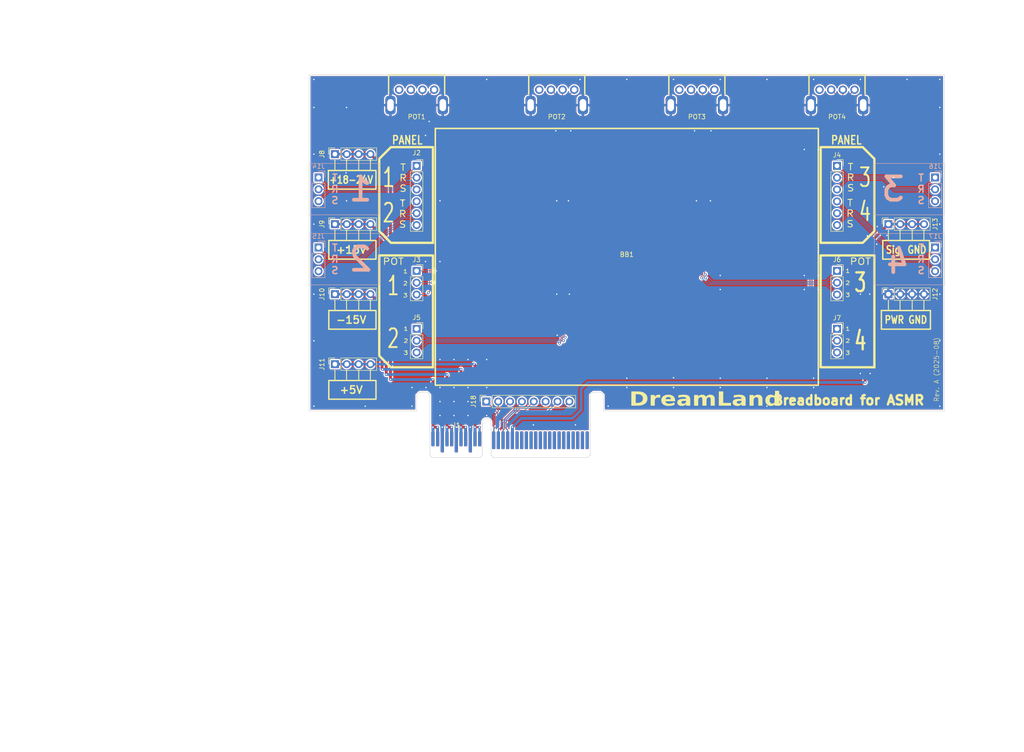
<source format=kicad_pcb>
(kicad_pcb (version 20241229) (generator "pcbnew") (generator_version "9.0")
  (title_block (title "Dream Land PCB") (date "2025-08-22") (rev "A") (company "by Circuit Monkey") (comment 1 "for ASMR :: Advanced Synth Module Rack") (comment 2 "Prototyping Slot Card for ASMR"))
  (layers (0 "F.Cu" signal) (2 "B.Cu" signal) (13 "F.Paste" user) (15 "B.Paste" user) (5 "F.SilkS" user "F.Silkscreen") (7 "B.SilkS" user "B.Silkscreen") (1 "F.Mask" user) (3 "B.Mask" user) (25 "Edge.Cuts" user))
  (net 0 "")
  (net 1 "+5V")
  (net 2 "+15V")
  (net 3 "GNDS")
  (net 4 "-15V")
  (net 18 "GND_CH")
  (net 20 "Net-(J1-Slot)")
  (net 39 "Net-(J3-Pin_2)")
  (net 40 "Net-(J3-Pin_3)")
  (net 41 "Net-(J3-Pin_1)")
  (net 42 "Net-(J5-Pin_1)")
  (net 43 "Net-(J5-Pin_2)")
  (net 44 "Net-(J5-Pin_3)")
  (net 45 "Net-(J6-Pin_1)")
  (net 46 "Net-(J6-Pin_3)")
  (net 47 "Net-(J6-Pin_2)")
  (net 48 "Net-(J7-Pin_3)")
  (net 49 "Net-(J7-Pin_2)")
  (net 50 "Net-(J7-Pin_1)")
  (net 51 "+18-24V")
  (net 52 "Net-(J15-Pin_2)")
  (net 53 "Net-(J15-Pin_1)")
  (net 54 "Net-(J15-Pin_3)")
  (net 55 "Net-(J14-Pin_3)")
  (net 56 "Net-(J14-Pin_1)")
  (net 57 "Net-(J14-Pin_2)")
  (net 58 "Net-(J17-Pin_1)")
  (net 59 "Net-(J16-Pin_3)")
  (net 60 "Net-(J17-Pin_2)")
  (net 61 "Net-(J16-Pin_1)")
  (net 62 "Net-(J17-Pin_3)")
  (net 63 "Net-(J16-Pin_2)")
  (net 64 "Net-(J1-ComB-SCK)")
  (net 65 "Net-(J1-ComB-SDA)")
  (net 66 "Net-(J1-CV)")
  (net 67 "Net-(J1-MIDI_IN)")
  (net 68 "Net-(J1-ComA-SCK)")
  (net 69 "Net-(J1-ComA-SDA)")
  (net 70 "Net-(J1-Gate)")
  (footprint "Connector_PinSocket_2.54mm:PinSocket_1x06_P2.54mm_Vertical" (layer "F.Cu") (at 195 62.5)
    (property "Reference" "J4")
    (property "Value" "Conn_01x06")
  )
  (footprint "Connector_PinSocket_2.54mm:PinSocket_1x03_P2.54mm_Vertical" (layer "F.Cu") (at 195 97.42)
    (property "Reference" "J7")
    (property "Value" "Conn_01x03")
  )
  (footprint "CM_Connector_Header:breadboard-84x55" (layer "F.Cu") (at 150 82)
    (property "Reference" "BB1")
    (property "Value" "Breadboard")
  )
  (footprint "Connector_PinSocket_2.54mm:PinSocket_1x04_P2.54mm_Vertical" (layer "F.Cu") (at 87.5 90 90)
    (property "Reference" "J10")
    (property "Value" "Conn_01x10")
  )
  (footprint "CM_Resistor_Capacitor:pot-thd-ra-11mm" (layer "F.Cu") (at 135 49.5 -90)
    (property "Reference" "POT2")
    (property "Value" "10K Log")
  )
  (footprint "Connector_PinSocket_2.54mm:PinSocket_1x06_P2.54mm_Vertical" (layer "F.Cu") (at 105 62.5)
    (property "Reference" "J2")
    (property "Value" "Conn_01x06")
  )
  (footprint "Connector_PinSocket_2.54mm:PinSocket_1x04_P2.54mm_Vertical" (layer "F.Cu") (at 206 75 90)
    (property "Reference" "J13")
    (property "Value" "Conn_01x10")
  )
  (footprint "Connector_PinSocket_2.54mm:PinSocket_1x03_P2.54mm_Vertical" (layer "F.Cu") (at 105 85)
    (property "Reference" "J3")
    (property "Value" "Conn_01x03")
  )
  (footprint "CM_Resistor_Capacitor:pot-thd-ra-11mm" (layer "F.Cu") (at 195 49.5 -90)
    (property "Reference" "POT4")
    (property "Value" "10K Log")
  )
  (footprint "Connector_PinSocket_2.54mm:PinSocket_1x03_P2.54mm_Vertical" (layer "F.Cu") (at 195 85)
    (property "Reference" "J6")
    (property "Value" "Conn_01x03")
  )
  (footprint "Connector_PinSocket_2.54mm:PinSocket_1x04_P2.54mm_Vertical" (layer "F.Cu") (at 206 90 90)
    (property "Reference" "J12")
    (property "Value" "Conn_01x10")
  )
  (footprint "Connector_PinSocket_2.54mm:PinSocket_1x04_P2.54mm_Vertical" (layer "F.Cu") (at 87.5 75 90)
    (property "Reference" "J9")
    (property "Value" "Conn_01x10")
  )
  (footprint "Connector_PinSocket_2.54mm:PinSocket_1x04_P2.54mm_Vertical" (layer "F.Cu") (at 87.5 60 90)
    (property "Reference" "J8")
    (property "Value" "Conn_01x10")
  )
  (footprint "CM_Resistor_Capacitor:pot-thd-ra-11mm" (layer "F.Cu") (at 165 49.5 -90)
    (property "Reference" "POT3")
    (property "Value" "10K Log")
  )
  (footprint "Connector_PinSocket_2.54mm:PinSocket_1x03_P2.54mm_Vertical" (layer "F.Cu") (at 105 97.42)
    (property "Reference" "J5")
    (property "Value" "Conn_01x03")
  )
  (footprint "Connector_PinSocket_2.54mm:PinSocket_1x08_P2.54mm_Vertical" (layer "F.Cu") (at 119.92 113 90)
    (property "Reference" "J18")
    (property "Value" "Conn_01x08")
  )
  (footprint "Connector_PinSocket_2.54mm:PinSocket_1x04_P2.54mm_Vertical" (layer "F.Cu") (at 87.5 105 90)
    (property "Reference" "J11")
    (property "Value" "Conn_01x10")
  )
  (footprint "CM_Connector_Edge:ASMR-Edge-64" (layer "F.Cu") (at 120 116.6)
    (property "Reference" "J1")
    (property "Value" "~")
    (fp_line (start -15 -5) (end -15 -1.6) (stroke (width 0.1)) (layer "Edge.Cuts"))
    (fp_line (start -14.4 -5.6) (end -15 -5) (stroke (width 0.1)) (layer "Edge.Cuts"))
    (fp_line (start -14.4 -5.6) (end -12.7 -5.6) (stroke (width 0.1)) (layer "Edge.Cuts"))
    (fp_line (start -12.7 -5.6) (end -12.15 -5) (stroke (width 0.1)) (layer "Edge.Cuts"))
    (fp_line (start -12.15 -5) (end -12.15 7.9) (stroke (width 0.1)) (layer "Edge.Cuts"))
    (fp_line (start -12.15 7.9) (end -11.65 8.4) (stroke (width 0.1)) (layer "Edge.Cuts"))
    (fp_line (start -11.65 8.4) (end -1.45 8.4) (stroke (width 0.1)) (layer "Edge.Cuts"))
    (fp_line (start -0.95 0.95) (end -0.95 7.9) (stroke (width 0.1)) (layer "Edge.Cuts"))
    (fp_line (start -0.95 7.9) (end -1.45 8.4) (stroke (width 0.1)) (layer "Edge.Cuts"))
    (fp_line (start 0.95 0.95) (end 0.95 7.9) (stroke (width 0.1)) (layer "Edge.Cuts"))
    (fp_line (start 0.95 7.9) (end 1.45 8.4) (stroke (width 0.1)) (layer "Edge.Cuts"))
    (fp_line (start 1.45 8.4) (end 21.65 8.4) (stroke (width 0.1)) (layer "Edge.Cuts"))
    (fp_line (start 22.15 -5) (end 22.15 7.9) (stroke (width 0.1)) (layer "Edge.Cuts"))
    (fp_line (start 22.15 -5) (end 22.8 -5.6) (stroke (width 0.1)) (layer "Edge.Cuts"))
    (fp_line (start 22.15 7.9) (end 21.65 8.4) (stroke (width 0.1)) (layer "Edge.Cuts"))
    (fp_line (start 22.8 -5.6) (end 24.4 -5.6) (stroke (width 0.1)) (layer "Edge.Cuts"))
    (fp_line (start 24.4 -5.6) (end 25 -5) (stroke (width 0.1)) (layer "Edge.Cuts"))
    (fp_line (start 25 -5) (end 25 -1.6) (stroke (width 0.1)) (layer "Edge.Cuts"))
    (fp_arc (start -0.95 0.95) (mid 0 0) (end 0.95 0.95) (stroke (width 0.1)) (layer "Edge.Cuts"))
  )
  (footprint "CM_Resistor_Capacitor:pot-thd-ra-11mm" (layer "F.Cu") (at 105 49.5 -90)
    (property "Reference" "POT1")
    (property "Value" "10K Log")
  )
  (footprint "Connector_PinHeader_2.54mm:PinHeader_1x03_P2.54mm_Vertical" (layer "B.Cu") (at 84 80 180)
    (property "Reference" "J15")
    (property "Value" "Conn_01x03" (hide yes))
  )
  (footprint "Connector_PinHeader_2.54mm:PinHeader_1x03_P2.54mm_Vertical" (layer "B.Cu") (at 84 65 180)
    (property "Reference" "J14")
    (property "Value" "Conn_01x03" (hide yes))
  )
  (footprint "Connector_PinHeader_2.54mm:PinHeader_1x03_P2.54mm_Vertical" (layer "B.Cu") (at 216 80 180)
    (property "Reference" "J17")
    (property "Value" "Conn_01x03" (hide yes))
  )
  (footprint "Connector_PinHeader_2.54mm:PinHeader_1x03_P2.54mm_Vertical" (layer "B.Cu") (at 216 65 180)
    (property "Reference" "J16")
    (property "Value" "Conn_01x03" (hide yes))
  )
  (gr_line (start 95.1 91.3) (end 95.1 93.5) (stroke (width 0.2)) (layer "F.SilkS"))
  (gr_line (start 87.5 106.3) (end 87.5 108.5) (stroke (width 0.2)) (layer "F.SilkS"))
  (gr_line (start 206 76.3) (end 206 78.5) (stroke (width 0.2)) (layer "F.SilkS"))
  (gr_line (start 95.1 76.3) (end 95.1 78.5) (stroke (width 0.2)) (layer "F.SilkS"))
  (gr_line (start 95.1 61.3) (end 95.1 63.5) (stroke (width 0.2)) (layer "F.SilkS"))
  (gr_rect (start 204.5 93.5) (end 215 97.5) (stroke (width 0.3)) (fill no) (layer "F.SilkS"))
  (gr_line (start 208.5 91.3) (end 208.5 93.5) (stroke (width 0.2)) (layer "F.SilkS"))
  (gr_line (start 92.61 76.33) (end 92.6 78.5) (stroke (width 0.2)) (layer "F.SilkS"))
  (gr_rect (start 86.2 93.5) (end 96.3 97.5) (stroke (width 0.3)) (fill no) (layer "F.SilkS"))
  (gr_line (start 213.6 91.3) (end 213.6 93.5) (stroke (width 0.2)) (layer "F.SilkS"))
  (gr_line (start 87.5 91.3) (end 87.5 93.5) (stroke (width 0.2)) (layer "F.SilkS"))
  (gr_poly (pts (xy 191.5 58.5) (xy 200.5 58.5) (xy 203 61) (xy 203 76.5) (xy 200.5 79) (xy 191.5 79)) (stroke (width 0.5)) (fill no) (layer "F.SilkS"))
  (gr_line (start 206 91.3) (end 206 93.5) (stroke (width 0.2)) (layer "F.SilkS"))
  (gr_line (start 92.61 61.33) (end 92.6 63.5) (stroke (width 0.2)) (layer "F.SilkS"))
  (gr_poly (pts (xy 108.5 81.7) (xy 97 81.7) (xy 97 103.2) (xy 99.46 105.66) (xy 108.5 105.66)) (stroke (width 0.5)) (fill no) (layer "F.SilkS"))
  (gr_line (start 213.6 76.3) (end 213.6 78.5) (stroke (width 0.2)) (layer "F.SilkS"))
  (gr_poly (pts (xy 191.5 81.7) (xy 203 81.7) (xy 203 105.66) (xy 191.5 105.66)) (stroke (width 0.5)) (fill no) (layer "F.SilkS"))
  (gr_line (start 211.1 91.33) (end 211.1 93.5) (stroke (width 0.2)) (layer "F.SilkS"))
  (gr_line (start 90 61.3) (end 90 63.5) (stroke (width 0.2)) (layer "F.SilkS"))
  (gr_rect (start 86.2 78.5) (end 96.3 82.5) (stroke (width 0.3)) (fill no) (layer "F.SilkS"))
  (gr_line (start 90 106.3) (end 90 108.5) (stroke (width 0.2)) (layer "F.SilkS"))
  (gr_line (start 90 76.3) (end 90 78.5) (stroke (width 0.2)) (layer "F.SilkS"))
  (gr_line (start 87.5 61.3) (end 87.5 63.5) (stroke (width 0.2)) (layer "F.SilkS"))
  (gr_line (start 92.61 106.33) (end 92.6 108.5) (stroke (width 0.2)) (layer "F.SilkS"))
  (gr_line (start 90 91.3) (end 90 93.5) (stroke (width 0.2)) (layer "F.SilkS"))
  (gr_rect (start 86.2 108.5) (end 96.3 112.5) (stroke (width 0.3)) (fill no) (layer "F.SilkS"))
  (gr_line (start 211.1 76.33) (end 211.1 78.5) (stroke (width 0.2)) (layer "F.SilkS"))
  (gr_rect (start 204.8 78.5) (end 214.8 82.5) (stroke (width 0.3)) (fill no) (layer "F.SilkS"))
  (gr_line (start 95.1 106.3) (end 95.1 108.5) (stroke (width 0.2)) (layer "F.SilkS"))
  (gr_poly (pts (xy 108.5 58.5) (xy 99.5 58.5) (xy 97 61) (xy 97 76.5) (xy 99.5 79) (xy 108.5 79)) (stroke (width 0.5)) (fill no) (layer "F.SilkS"))
  (gr_line (start 92.61 91.33) (end 92.6 93.5) (stroke (width 0.2)) (layer "F.SilkS"))
  (gr_line (start 208.5 76.3) (end 208.5 78.5) (stroke (width 0.2)) (layer "F.SilkS"))
  (gr_rect (start 86.1 63.5) (end 96.3 67.5) (stroke (width 0.3)) (fill no) (layer "F.SilkS"))
  (gr_line (start 87.5 76.3) (end 87.5 78.5) (stroke (width 0.2)) (layer "F.SilkS"))
  (gr_rect (start 203 77) (end 218 88) (stroke (width 0.1)) (fill no) (layer "B.SilkS"))
  (gr_rect (start 82 77) (end 97 88) (stroke (width 0.1)) (fill no) (layer "B.SilkS"))
  (gr_rect (start 82 62) (end 97 73) (stroke (width 0.1)) (fill no) (layer "B.SilkS"))
  (gr_rect (start 203 62) (end 218 73) (stroke (width 0.1)) (fill no) (layer "B.SilkS"))
  (gr_line (start 218 43) (end 218 115) (stroke (width 0.1)) (layer "Edge.Cuts"))
  (gr_line (start 82 43) (end 218 43) (stroke (width 0.1)) (layer "Edge.Cuts"))
  (gr_line (start 105 115) (end 82 115) (stroke (width 0.1)) (layer "Edge.Cuts"))
  (gr_line (start 82 115) (end 82 43) (stroke (width 0.1)) (layer "Edge.Cuts"))
  (gr_line (start 218 115) (end 145 115) (stroke (width 0.1)) (layer "Edge.Cuts"))
  (gr_text "POT" (at 100 83 0) (layer "F.SilkS") (effects (font (size 1.4 1.6) (thickness 0.2) (bold yes))))
  (gr_text "+18-24V" (at 91 65.5 0) (layer "F.SilkS") (effects (font (size 1.6 1.3) (thickness 0.3) (bold yes))))
  (gr_text "+15V" (at 91 80.5 0) (layer "F.SilkS") (effects (font (size 1.6 1.6) (thickness 0.3) (bold yes))))
  (gr_text "4" (at 201 72.3 0) (layer "F.SilkS") (effects (font (size 4 2.6) (thickness 0.4))))
  (gr_text "POT" (at 200 83 0) (layer "F.SilkS") (effects (font (size 1.4 1.6) (thickness 0.2) (bold yes))))
  (gr_text "T\nR\nS" (at 197.8 72.7 0) (layer "F.SilkS") (effects (font (size 1.4 1.6) (thickness 0.2) (bold yes))))
  (gr_text "1" (at 99 65 0) (layer "F.SilkS") (effects (font (size 4 2.6) (thickness 0.4))))
  (gr_text "PANEL" (at 197 57 0) (layer "F.SilkS") (effects (font (size 1.8 1.4) (thickness 0.3) (bold yes))))
  (gr_text "T\nR\nS" (at 102 72.8 0) (layer "F.SilkS") (effects (font (size 1.4 1.6) (thickness 0.2) (bold yes))))
  (gr_text "1\n\n2\n\n3" (at 197.3 87.6 0) (layer "F.SilkS") (effects (font (size 0.8 1))))
  (gr_text "1\n\n2\n\n3" (at 197.3 100 0) (layer "F.SilkS") (effects (font (size 0.8 1))))
  (gr_text "DreamLand" (at 150.5 114.4 0) (layer "F.SilkS") (effects (font (size 3 3.6) (thickness 0.75) (bold yes) (italic yes)) (justify left bottom)))
  (gr_text "+5V" (at 91 110.5 0) (layer "F.SilkS") (effects (font (size 1.6 1.6) (thickness 0.3) (bold yes))))
  (gr_text "2" (at 99 72.6 0) (layer "F.SilkS") (effects (font (size 4 2.6) (thickness 0.4))))
  (gr_text "PWR GND" (at 209.75 95.5 0) (layer "F.SilkS") (effects (font (size 1.6 1.3) (thickness 0.3) (bold yes))))
  (gr_text "T\nR\nS" (at 197.9 65 0) (layer "F.SilkS") (effects (font (size 1.4 1.6) (thickness 0.2) (bold yes))))
  (gr_text "Rev. A (2025-08)" (at 216.9 113.1 90) (layer "F.SilkS") (effects (font (size 1 1) (thickness 0.1)) (justify left bottom)))
  (gr_text "1" (at 100 88.2 0) (layer "F.SilkS") (effects (font (size 4 2.6) (thickness 0.4))))
  (gr_text "1\n\n2\n\n3" (at 102.6 87.7 0) (layer "F.SilkS") (effects (font (size 0.8 1))))
  (gr_text "Breadboard for ASMR" (at 197.5 113.9 0) (layer "F.SilkS") (effects (font (size 2 2) (thickness 0.5) (bold yes)) (justify bottom)))
  (gr_text "3" (at 200 87.5 0) (layer "F.SilkS") (effects (font (size 4 2.6) (thickness 0.5))))
  (gr_text "2" (at 100 99.5 0) (layer "F.SilkS") (effects (font (size 4 2.6) (thickness 0.4))))
  (gr_text "4" (at 200 100 0) (layer "F.SilkS") (effects (font (size 4 2.6) (thickness 0.5))))
  (gr_text "1\n\n2\n\n3" (at 102.7 100 0) (layer "F.SilkS") (effects (font (size 0.8 1))))
  (gr_text "3" (at 201 65 0) (layer "F.SilkS") (effects (font (size 4 2.6) (thickness 0.4))))
  (gr_text "-15V" (at 91 95.5 0) (layer "F.SilkS") (effects (font (size 1.6 1.6) (thickness 0.3) (bold yes))))
  (gr_text "T\nR\nS" (at 102.1 65.1 0) (layer "F.SilkS") (effects (font (size 1.4 1.6) (thickness 0.2) (bold yes))))
  (gr_text "PANEL" (at 103 57 0) (layer "F.SilkS") (effects (font (size 1.8 1.4) (thickness 0.3) (bold yes))))
  (gr_text "Sig. GND" (at 209.8 80.5 0) (layer "F.SilkS") (effects (font (size 1.6 1.3) (thickness 0.3) (bold yes))))
  (gr_text "3" (at 207 67.5 0) (layer "B.SilkS") (effects (font (size 5 5) (thickness 0.8) (bold yes)) (justify mirror)))
  (gr_text "T\nR\nS" (at 87.5 67.5 0) (layer "B.SilkS") (effects (font (size 1.5 1.5) (thickness 0.3) (bold yes)) (justify mirror)))
  (gr_text "4" (at 208 83 0) (layer "B.SilkS") (effects (font (size 5 5) (thickness 0.8) (bold yes)) (justify mirror)))
  (gr_text "1" (at 93 67.5 0) (layer "B.SilkS") (effects (font (size 5 5) (thickness 0.8) (bold yes)) (justify mirror)))
  (gr_text "T\nR\nS" (at 87.5 82.5 0) (layer "B.SilkS") (effects (font (size 1.5 1.5) (thickness 0.3) (bold yes)) (justify mirror)))
  (gr_text "T\nR\nS" (at 213 82.5 0) (layer "B.SilkS") (effects (font (size 1.5 1.5) (thickness 0.3) (bold yes)) (justify mirror)))
  (gr_text "T\nR\nS" (at 213 67.5 0) (layer "B.SilkS") (effects (font (size 1.5 1.5) (thickness 0.3) (bold yes)) (justify mirror)))
  (gr_text "2" (at 93 82.5 0) (layer "B.SilkS") (effects (font (size 5 5) (thickness 0.8) (bold yes)) (justify mirror)))
  (segment (start 118.5 121) (end 118.5 118.55) (width 0.4) (layer "F.Cu") (net 1))
  (segment (start 118.5 118.55) (end 118.45 118.5) (width 0.4) (layer "F.Cu") (net 1))
  (segment (start 117.5 105.2) (end 117.3 105) (width 0.6) (layer "F.Cu") (net 1))
  (segment (start 117.5 121) (end 117.5 105.2) (width 0.6) (layer "F.Cu") (net 1))
  (segment (start 118.45 118.5) (end 117.5 118.5) (width 0.4) (layer "F.Cu") (net 1))
  (via (at 117.3 105) (size 0.6) (drill 0.3) (layers "F.Cu" "B.Cu") (net 1))
  (via (at 118.45 118.5) (size 0.6) (drill 0.3) (layers "F.Cu" "B.Cu") (net 1))
  (via (at 117.5 118.5) (size 0.6) (drill 0.3) (layers "F.Cu" "B.Cu") (net 1))
  (segment (start 90.04 105) (end 92.58 105) (width 0.6) (layer "B.Cu") (net 1))
  (segment (start 95.12 105) (end 117.3 105) (width 0.6) (layer "B.Cu") (net 1))
  (segment (start 92.58 105) (end 95.12 105) (width 0.6) (layer "B.Cu") (net 1))
  (segment (start 118.45 118.5) (end 118.45 120.95) (width 0.4) (layer "B.Cu") (net 1))
  (segment (start 87.5 105) (end 90.04 105) (width 0.6) (layer "B.Cu") (net 1))
  (segment (start 118.45 120.95) (end 118.5 121) (width 0.4) (layer "B.Cu") (net 1))
  (segment (start 117.5 121) (end 117.5 118.5) (width 0.6) (layer "B.Cu") (net 1))
  (segment (start 118.5 118.55) (end 118.45 118.5) (width 0.4) (layer "B.Cu") (net 1))
  (segment (start 95.12 75) (end 98.5 78.38) (width 0.6) (layer "F.Cu") (net 2))
  (segment (start 98.5 78.38) (end 98.5 107.2) (width 0.6) (layer "F.Cu") (net 2))
  (segment (start 111.5 121) (end 111.5 118.5) (width 0.6) (layer "F.Cu") (net 2))
  (segment (start 111.5 118.5) (end 111.5 107.3) (width 0.6) (layer "F.Cu") (net 2))
  (segment (start 112.5 121) (end 112.5 118.5) (width 0.6) (layer "F.Cu") (net 2))
  (segment (start 112.5 118.5) (end 111.5 118.5) (width 0.6) (layer "F.Cu") (net 2))
  (via (at 111.5 107.3) (size 0.6) (drill 0.3) (layers "F.Cu" "B.Cu") (net 2))
  (via (at 111.5 118.5) (size 0.6) (drill 0.3) (layers "F.Cu" "B.Cu") (net 2))
  (via (at 98.5 107.2) (size 0.6) (drill 0.3) (layers "F.Cu" "B.Cu") (net 2))
  (via (at 112.5 118.5) (size 0.6) (drill 0.3) (layers "F.Cu" "B.Cu") (net 2))
  (segment (start 90.04 75) (end 87.5 75) (width 0.6) (layer "B.Cu") (net 2))
  (segment (start 95.12 75) (end 92.58 75) (width 0.6) (layer "B.Cu") (net 2))
  (segment (start 92.58 75) (end 90.04 75) (width 0.6) (layer "B.Cu") (net 2))
  (segment (start 112.5 121) (end 112.5 118.5) (width 0.6) (layer "B.Cu") (net 2))
  (segment (start 111.4 107.2) (end 111.5 107.3) (width 0.6) (layer "B.Cu") (net 2))
  (segment (start 98.5 107.2) (end 111.4 107.2) (width 0.6) (layer "B.Cu") (net 2))
  (segment (start 111.5 121) (end 111.5 118.5) (width 0.6) (layer "B.Cu") (net 2))
  (segment (start 125.5 118.5) (end 125.5 121.3) (width 0.6) (layer "F.Cu") (net 3))
  (segment (start 201 108.9) (end 201 80) (width 0.6) (layer "F.Cu") (net 3))
  (segment (start 201 80) (end 206 75) (width 0.6) (layer "F.Cu") (net 3))
  (via (at 201 108.9) (size 0.6) (drill 0.3) (layers "F.Cu" "B.Cu") (net 3))
  (via (at 125.5 118.5) (size 0.6) (drill 0.3) (layers "F.Cu" "B.Cu") (net 3))
  (segment (start 125.5 118.5) (end 125.5 121.3) (width 0.6) (layer "B.Cu") (net 3))
  (segment (start 138.4 116.6) (end 140.2 114.8) (width 0.6) (layer "B.Cu") (net 3))
  (segment (start 206 75) (end 208.54 75) (width 0.6) (layer "B.Cu") (net 3))
  (segment (start 208.54 75) (end 211.08 75) (width 0.6) (layer "B.Cu") (net 3))
  (segment (start 213.62 75) (end 211.08 75) (width 0.6) (layer "B.Cu") (net 3))
  (segment (start 125.5 118.5) (end 127.4 116.6) (width 0.6) (layer "B.Cu") (net 3))
  (segment (start 127.4 116.6) (end 138.4 116.6) (width 0.6) (layer "B.Cu") (net 3))
  (segment (start 141.6 108.9) (end 201 108.9) (width 0.6) (layer "B.Cu") (net 3))
  (segment (start 140.2 114.8) (end 140.2 110.3) (width 0.6) (layer "B.Cu") (net 3))
  (segment (start 140.2 110.3) (end 141.6 108.9) (width 0.6) (layer "B.Cu") (net 3))
  (segment (start 97.6 92.48) (end 97.6 106) (width 0.6) (layer "F.Cu") (net 4))
  (segment (start 95.12 90) (end 97.6 92.48) (width 0.6) (layer "F.Cu") (net 4))
  (segment (start 115.5 118.5) (end 114.5 118.5) (width 0.6) (layer "F.Cu") (net 4))
  (segment (start 115.5 121) (end 115.5 118.5) (width 0.6) (layer "F.Cu") (net 4))
  (segment (start 114.5 121) (end 114.5 118.5) (width 0.6) (layer "F.Cu") (net 4))
  (segment (start 114.5 106.1) (end 114.5 118.5) (width 0.6) (layer "F.Cu") (net 4))
  (segment (start 97.6 106) (end 97.7 106.1) (width 0.6) (layer "F.Cu") (net 4))
  (via (at 114.5 118.5) (size 0.6) (drill 0.3) (layers "F.Cu" "B.Cu") (net 4))
  (via (at 114.5 106.1) (size 0.6) (drill 0.3) (layers "F.Cu" "B.Cu") (net 4))
  (via (at 97.7 106.1) (size 0.6) (drill 0.3) (layers "F.Cu" "B.Cu") (net 4))
  (via (at 115.5 118.5) (size 0.6) (drill 0.3) (layers "F.Cu" "B.Cu") (net 4))
  (segment (start 114.5 121) (end 114.5 118.5) (width 0.6) (layer "B.Cu") (net 4))
  (segment (start 90.04 90) (end 92.58 90) (width 0.6) (layer "B.Cu") (net 4))
  (segment (start 115.5 121) (end 115.5 118.5) (width 0.6) (layer "B.Cu") (net 4))
  (segment (start 97.7 106.1) (end 114.5 106.1) (width 0.6) (layer "B.Cu") (net 4))
  (segment (start 92.58 90) (end 95.12 90) (width 0.6) (layer "B.Cu") (net 4))
  (segment (start 87.5 90) (end 90.04 90) (width 0.6) (layer "B.Cu") (net 4))
  (via (at 106.9 56) (size 0.6) (drill 0.3) (layers "F.Cu" "B.Cu") (net 18))
  (via (at 116 113) (size 0.6) (drill 0.3) (layers "F.Cu" "B.Cu") (net 18))
  (via (at 160 107.9) (size 0.6) (drill 0.3) (layers "F.Cu" "B.Cu") (net 18))
  (via (at 113 113) (size 0.6) (drill 0.3) (layers "F.Cu" "B.Cu") (net 18))
  (via (at 83 60) (size 0.6) (drill 0.3) (layers "F.Cu" "B.Cu") (net 18))
  (via (at 83 75) (size 0.6) (drill 0.3) (layers "F.Cu" "B.Cu") (net 18))
  (via (at 180 108) (size 0.6) (drill 0.3) (layers "F.Cu" "B.Cu") (net 18))
  (via (at 180 114) (size 0.6) (drill 0.3) (layers "F.Cu" "B.Cu") (net 18))
  (via (at 120 110) (size 0.6) (drill 0.3) (layers "F.Cu" "B.Cu") (net 18))
  (via (at 203.6 75.5) (size 0.6) (drill 0.3) (layers "F.Cu" "B.Cu") (net 18))
  (via (at 217 50) (size 0.6) (drill 0.3) (layers "F.Cu" "B.Cu") (net 18))
  (via (at 102 70) (size 0.6) (drill 0.3) (layers "F.Cu" "B.Cu") (net 18))
  (via (at 120 116) (size 0.6) (drill 0.3) (layers "F.Cu" "B.Cu") (net 18))
  (via (at 191 89) (size 0.6) (drill 0.3) (layers "F.Cu" "B.Cu") (net 18))
  (via (at 120 44) (size 0.6) (drill 0.3) (layers "F.Cu" "B.Cu") (net 18))
  (via (at 137.5 70) (size 0.6) (drill 0.3) (layers "F.Cu" "B.Cu") (net 18))
  (via (at 110 116) (size 0.6) (drill 0.3) (layers "F.Cu" "B.Cu") (net 18))
  (via (at 202.1 107) (size 0.6) (drill 0.3) (layers "F.Cu" "B.Cu") (net 18))
  (via (at 107.7 53) (size 0.6) (drill 0.3) (layers "F.Cu" "B.Cu") (net 18))
  (via (at 110 83) (size 0.6) (drill 0.3) (layers "F.Cu" "B.Cu") (net 18))
  (via (at 110 113) (size 0.6) (drill 0.3) (layers "F.Cu" "B.Cu") (net 18))
  (via (at 135.1 98.8) (size 0.6) (drill 0.3) (layers "F.Cu" "B.Cu") (net 18))
  (via (at 138 55) (size 0.6) (drill 0.3) (layers "F.Cu" "B.Cu") (net 18))
  (via (at 137.7 90) (size 0.6) (drill 0.3) (layers "F.Cu" "B.Cu") (net 18))
  (via (at 83 114) (size 0.6) (drill 0.3) (layers "F.Cu" "B.Cu") (net 18))
  (via (at 200 107) (size 0.6) (drill 0.3) (layers "F.Cu" "B.Cu") (net 18))
  (via (at 167.9 70) (size 0.6) (drill 0.3) (layers "F.Cu" "B.Cu") (net 18))
  (via (at 201.5 77.5) (size 0.6) (drill 0.3) (layers "F.Cu" "B.Cu") (net 18))
  (via (at 207.1 65) (size 0.6) (drill 0.3) (layers "F.Cu" "B.Cu") (net 18))
  (via (at 90 80) (size 0.6) (drill 0.3) (layers "F.Cu" "B.Cu") (net 18))
  (via (at 190 108) (size 0.6) (drill 0.3) (layers "F.Cu" "B.Cu") (net 18))
  (via (at 188 86) (size 0.6) (drill 0.3) (layers "F.Cu" "B.Cu") (net 18))
  (via (at 217 44) (size 0.6) (drill 0.3) (layers "F.Cu" "B.Cu") (net 18))
  (via (at 83 44) (size 0.6) (drill 0.3) (layers "F.Cu" "B.Cu") (net 18))
  (via (at 217 100) (size 0.6) (drill 0.3) (layers "F.Cu" "B.Cu") (net 18))
  (via (at 116 116) (size 0.6) (drill 0.3) (layers "F.Cu" "B.Cu") (net 18))
  (via (at 217 60) (size 0.6) (drill 0.3) (layers "F.Cu" "B.Cu") (net 18))
  (via (at 110 104) (size 0.6) (drill 0.3) (layers "F.Cu" "B.Cu") (net 18))
  (via (at 160 110) (size 0.6) (drill 0.3) (layers "F.Cu" "B.Cu") (net 18))
  (via (at 140 44) (size 0.6) (drill 0.3) (layers "F.Cu" "B.Cu") (net 18))
  (via (at 90 50) (size 0.6) (drill 0.3) (layers "F.Cu" "B.Cu") (net 18))
  (via (at 170 86) (size 0.6) (drill 0.3) (layers "F.Cu" "B.Cu") (net 18))
  (via (at 188 59) (size 0.6) (drill 0.3) (layers "F.Cu" "B.Cu") (net 18))
  (via (at 160 44) (size 0.6) (drill 0.3) (layers "F.Cu" "B.Cu") (net 18))
  (via (at 188 89) (size 0.6) (drill 0.3) (layers "F.Cu" "B.Cu") (net 18))
  (via (at 139 118) (size 0.6) (drill 0.3) (layers "F.Cu" "B.Cu") (net 18))
  (via (at 135 90) (size 0.6) (drill 0.3) (layers "F.Cu" "B.Cu") (net 18))
  (via (at 191 86) (size 0.6) (drill 0.3) (layers "F.Cu" "B.Cu") (net 18))
  (via (at 170 110) (size 0.6) (drill 0.3) (layers "F.Cu" "B.Cu") (net 18))
  (via (at 150 110) (size 0.6) (drill 0.3) (layers "F.Cu" "B.Cu") (net 18))
  (via (at 180 110) (size 0.6) (drill 0.3) (layers "F.Cu" "B.Cu") (net 18))
  (via (at 170 89) (size 0.6) (drill 0.3) (layers "F.Cu" "B.Cu") (net 18))
  (via (at 89.9 64) (size 0.6) (drill 0.3) (layers "F.Cu" "B.Cu") (net 18))
  (via (at 203.5 79.3) (size 0.6) (drill 0.3) (layers "F.Cu" "B.Cu") (net 18))
  (via (at 190 110) (size 0.6) (drill 0.3) (layers "F.Cu" "B.Cu") (net 18))
  (via (at 110 110) (size 0.6) (drill 0.3) (layers "F.Cu" "B.Cu") (net 18))
  (via (at 168 55) (size 0.6) (drill 0.3) (layers "F.Cu" "B.Cu") (net 18))
  (via (at 170 108) (size 0.6) (drill 0.3) (layers "F.Cu" "B.Cu") (net 18))
  (via (at 113.5 118.5) (size 0.6) (drill 0.3) (layers "F.Cu" "B.Cu") (net 18))
  (via (at 205 67) (size 0.6) (drill 0.3) (layers "F.Cu" "B.Cu") (net 18))
  (via (at 200 90) (size 0.6) (drill 0.3) (layers "F.Cu" "B.Cu") (net 18))
  (via (at 202 90) (size 0.6) (drill 0.3) (layers "F.Cu" "B.Cu") (net 18))
  (via (at 180 44) (size 0.6) (drill 0.3) (layers "F.Cu" "B.Cu") (net 18))
  (via (at 94 114) (size 0.6) (drill 0.3) (layers "F.Cu" "B.Cu") (net 18))
  (via (at 146 114) (size 0.6) (drill 0.3) (layers "F.Cu" "B.Cu") (net 18))
  (via (at 104 110) (size 0.6) (drill 0.3) (layers "F.Cu" "B.Cu") (net 18))
  (via (at 107 110) (size 0.6) (drill 0.3) (layers "F.Cu" "B.Cu") (net 18))
  (via (at 130 118) (size 0.6) (drill 0.3) (layers "F.Cu" "B.Cu") (net 18))
  (via (at 135 70) (size 0.6) (drill 0.3) (layers "F.Cu" "B.Cu") (net 18))
  (via (at 134.8 55) (size 0.6) (drill 0.3) (layers "F.Cu" "B.Cu") (net 18))
  (via (at 150 44) (size 0.6) (drill 0.3) (layers "F.Cu" "B.Cu") (net 18))
  (via (at 170 44) (size 0.6) (drill 0.3) (layers "F.Cu" "B.Cu") (net 18))
  (via (at 217 90) (size 0.6) (drill 0.3) (layers "F.Cu" "B.Cu") (net 18))
  (via (at 116.5 118.5) (size 0.6) (drill 0.3) (layers "F.Cu" "B.Cu") (net 18))
  (via (at 191 59) (size 0.6) (drill 0.3) (layers "F.Cu" "B.Cu") (net 18))
  (via (at 83 100) (size 0.6) (drill 0.3) (layers "F.Cu" "B.Cu") (net 18))
  (via (at 200 44) (size 0.6) (drill 0.3) (layers "F.Cu" "B.Cu") (net 18))
  (via (at 113 116) (size 0.6) (drill 0.3) (layers "F.Cu" "B.Cu") (net 18))
  (via (at 113 104) (size 0.6) (drill 0.3) (layers "F.Cu" "B.Cu") (net 18))
  (via (at 190 44) (size 0.6) (drill 0.3) (layers "F.Cu" "B.Cu") (net 18))
  (via (at 110.5 118.5) (size 0.6) (drill 0.3) (layers "F.Cu" "B.Cu") (net 18))
  (via (at 210 44) (size 0.6) (drill 0.3) (layers "F.Cu" "B.Cu") (net 18))
  (via (at 120 104) (size 0.6) (drill 0.3) (layers "F.Cu" "B.Cu") (net 18))
  (via (at 110 70) (size 0.6) (drill 0.3) (layers "F.Cu" "B.Cu") (net 18))
  (via (at 205.7 77.4) (size 0.6) (drill 0.3) (layers "F.Cu" "B.Cu") (net 18))
  (via (at 83 90) (size 0.6) (drill 0.3) (layers "F.Cu" "B.Cu") (net 18))
  (via (at 116 110) (size 0.6) (drill 0.3) (layers "F.Cu" "B.Cu") (net 18))
  (via (at 164.5 55) (size 0.6) (drill 0.3) (layers "F.Cu" "B.Cu") (net 18))
  (via (at 116 104) (size 0.6) (drill 0.3) (layers "F.Cu" "B.Cu") (net 18))
  (via (at 217 75) (size 0.6) (drill 0.3) (layers "F.Cu" "B.Cu") (net 18))
  (via (at 104 114) (size 0.6) (drill 0.3) (layers "F.Cu" "B.Cu") (net 18))
  (via (at 217 114) (size 0.6) (drill 0.3) (layers "F.Cu" "B.Cu") (net 18))
  (via (at 106.9 83) (size 0.6) (drill 0.3) (layers "F.Cu" "B.Cu") (net 18))
  (via (at 83 50) (size 0.6) (drill 0.3) (layers "F.Cu" "B.Cu") (net 18))
  (via (at 90 70) (size 0.6) (drill 0.3) (layers "F.Cu" "B.Cu") (net 18))
  (via (at 113 110) (size 0.6) (drill 0.3) (layers "F.Cu" "B.Cu") (net 18))
  (via (at 164.9 70) (size 0.6) (drill 0.3) (layers "F.Cu" "B.Cu") (net 18))
  (via (at 150 108) (size 0.6) (drill 0.3) (layers "F.Cu" "B.Cu") (net 18))
  (segment (start 121.551 116.049) (end 121.551 121.249) (width 0.2) (layer "B.Cu") (net 20))
  (segment (start 122.46 113) (end 122.46 115.14) (width 0.2) (layer "B.Cu") (net 20))
  (segment (start 122.46 115.14) (end 121.551 116.049) (width 0.2) (layer "B.Cu") (net 20))
  (segment (start 106.25 53.496038) (end 106.25 46.2) (width 0.16) (layer "F.Cu") (net 39))
  (segment (start 108.121 86.861) (end 108.121 55.367037) (width 0.16) (layer "F.Cu") (net 39))
  (segment (start 108.34 87.54) (end 108.34 87.08) (width 0.16) (layer "F.Cu") (net 39))
  (segment (start 108.34 87.08) (end 108.121 86.861) (width 0.16) (layer "F.Cu") (net 39))
  (segment (start 108.121 55.367037) (end 106.25 53.496038) (width 0.16) (layer "F.Cu") (net 39))
  (via (at 108.34 87.54) (size 0.6) (drill 0.3) (layers "F.Cu" "B.Cu") (net 39))
  (segment (start 105 87.54) (end 108.34 87.54) (width 0.16) (layer "B.Cu") (net 39))
  (segment (start 105.929 53.629) (end 105.929 48.379) (width 0.16) (layer "F.Cu") (net 40))
  (segment (start 107.8 55.5) (end 105.929 53.629) (width 0.16) (layer "F.Cu") (net 40))
  (segment (start 107.8 89.4) (end 107.8 55.5) (width 0.16) (layer "F.Cu") (net 40))
  (segment (start 105.929 48.379) (end 103.75 46.2) (width 0.16) (layer "F.Cu") (net 40))
  (segment (start 107.5 89.7) (end 107.8 89.4) (width 0.16) (layer "F.Cu") (net 40))
  (via (at 107.5 89.7) (size 0.6) (drill 0.3) (layers "F.Cu" "B.Cu") (net 40))
  (segment (start 107.5 89.7) (end 107.12 90.08) (width 0.16) (layer "B.Cu") (net 40))
  (segment (start 107.12 90.08) (end 105 90.08) (width 0.16) (layer "B.Cu") (net 40))
  (segment (start 108.442 55.234075) (end 106.571 53.363074) (width 0.16) (layer "F.Cu") (net 41))
  (segment (start 108.661 84.561) (end 108.442 84.342) (width 0.16) (layer "F.Cu") (net 41))
  (segment (start 106.571 53.363074) (end 106.571 48.379) (width 0.16) (layer "F.Cu") (net 41))
  (segment (start 108.442 84.342) (end 108.442 55.234075) (width 0.16) (layer "F.Cu") (net 41))
  (segment (start 108.661 85) (end 108.661 84.561) (width 0.16) (layer "F.Cu") (net 41))
  (segment (start 106.571 48.379) (end 108.75 46.2) (width 0.16) (layer "F.Cu") (net 41))
  (via (at 108.661 85) (size 0.6) (drill 0.3) (layers "F.Cu" "B.Cu") (net 41))
  (segment (start 105 85) (end 108.661 85) (width 0.16) (layer "B.Cu") (net 41))
  (segment (start 136.571 48.379) (end 138.75 46.2) (width 0.16) (layer "F.Cu") (net 42))
  (segment (start 136.571 99.002391) (end 136.571 48.379) (width 0.16) (layer "F.Cu") (net 42))
  (segment (start 136.79 99.221391) (end 136.571 99.002391) (width 0.16) (layer "F.Cu") (net 42))
  (via (at 136.79 99.221391) (size 0.6) (drill 0.3) (layers "F.Cu" "B.Cu") (net 42))
  (segment (start 107.219 99.639) (end 105 97.42) (width 0.16) (layer "B.Cu") (net 42))
  (segment (start 136.278609 99.221391) (end 135.861 99.639) (width 0.16) (layer "B.Cu") (net 42))
  (segment (start 136.79 99.221391) (end 136.278609 99.221391) (width 0.16) (layer "B.Cu") (net 42))
  (segment (start 135.861 99.639) (end 107.219 99.639) (width 0.16) (layer "B.Cu") (net 42))
  (segment (start 136.25 99.77) (end 136.25 46.2) (width 0.16) (layer "F.Cu") (net 43))
  (segment (start 136.44 99.96) (end 136.25 99.77) (width 0.16) (layer "F.Cu") (net 43))
  (via (at 136.44 99.96) (size 0.6) (drill 0.3) (layers "F.Cu" "B.Cu") (net 43))
  (segment (start 136.44 99.96) (end 105 99.96) (width 0.16) (layer "B.Cu") (net 43))
  (segment (start 135.6 100.5) (end 135.899 100.201) (width 0.16) (layer "F.Cu") (net 44))
  (segment (start 135.899 100.201) (end 135.899 99.73591) (width 0.16) (layer "F.Cu") (net 44))
  (segment (start 135.929 48.379) (end 133.75 46.2) (width 0.16) (layer "F.Cu") (net 44))
  (segment (start 135.929 99.70591) (end 135.929 48.379) (width 0.16) (layer "F.Cu") (net 44))
  (segment (start 135.899 99.73591) (end 135.929 99.70591) (width 0.16) (layer "F.Cu") (net 44))
  (via (at 135.6 100.5) (size 0.6) (drill 0.3) (layers "F.Cu" "B.Cu") (net 44))
  (segment (start 135.381 100.281) (end 107.219 100.281) (width 0.16) (layer "B.Cu") (net 44))
  (segment (start 135.6 100.5) (end 135.381 100.281) (width 0.16) (layer "B.Cu") (net 44))
  (segment (start 107.219 100.281) (end 105 102.5) (width 0.16) (layer "B.Cu") (net 44))
  (segment (start 166.796871 85.733194) (end 166.6 85.536323) (width 0.16) (layer "F.Cu") (net 45))
  (segment (start 166.6 85.536323) (end 166.6 48.35) (width 0.16) (layer "F.Cu") (net 45))
  (segment (start 166.6 48.35) (end 168.75 46.2) (width 0.16) (layer "F.Cu") (net 45))
  (via (at 166.796871 85.733194) (size 0.6) (drill 0.3) (layers "F.Cu" "B.Cu") (net 45))
  (segment (start 168.379 87.279) (end 192.721 87.279) (width 0.16) (layer "B.Cu") (net 45))
  (segment (start 166.796871 85.733194) (end 166.833194 85.733194) (width 0.16) (layer "B.Cu") (net 45))
  (segment (start 192.721 87.279) (end 195 85) (width 0.16) (layer "B.Cu") (net 45))
  (segment (start 166.833194 85.733194) (end 168.379 87.279) (width 0.16) (layer "B.Cu") (net 45))
  (segment (start 165.929 48.379) (end 163.75 46.2) (width 0.16) (layer "F.Cu") (net 46))
  (segment (start 165.929 86.392677) (end 165.929 48.379) (width 0.16) (layer "F.Cu") (net 46))
  (segment (start 166.03816 86.501837) (end 165.929 86.392677) (width 0.16) (layer "F.Cu") (net 46))
  (via (at 166.03816 86.501837) (size 0.6) (drill 0.3) (layers "F.Cu" "B.Cu") (net 46))
  (segment (start 192.841 87.921) (end 195 90.08) (width 0.16) (layer "B.Cu") (net 46))
  (segment (start 167.457323 87.921) (end 192.841 87.921) (width 0.16) (layer "B.Cu") (net 46))
  (segment (start 166.03816 86.501837) (end 167.457323 87.921) (width 0.16) (layer "B.Cu") (net 46))
  (segment (start 166.25 85.95) (end 166.25 46.2) (width 0.16) (layer "F.Cu") (net 47))
  (segment (start 166.8 86.5) (end 166.25 85.95) (width 0.16) (layer "F.Cu") (net 47))
  (via (at 166.8 86.5) (size 0.6) (drill 0.3) (layers "F.Cu" "B.Cu") (net 47))
  (segment (start 195 87.54) (end 194.94 87.6) (width 0.16) (layer "B.Cu") (net 47))
  (segment (start 167.9 87.6) (end 166.8 86.5) (width 0.16) (layer "B.Cu") (net 47))
  (segment (start 194.94 87.6) (end 167.9 87.6) (width 0.16) (layer "B.Cu") (net 47))
  (segment (start 195 102.5) (end 192.781 100.281) (width 0.16) (layer "F.Cu") (net 48))
  (segment (start 191.227037 100.281) (end 189.058 98.111963) (width 0.16) (layer "F.Cu") (net 48))
  (segment (start 192.781 100.281) (end 191.227037 100.281) (width 0.16) (layer "F.Cu") (net 48))
  (segment (start 189.058 98.111963) (end 189.058 58.634075) (width 0.16) (layer "F.Cu") (net 48))
  (segment (start 189.058 58.634075) (end 195.929 51.763075) (width 0.16) (layer "F.Cu") (net 48))
  (segment (start 195.929 51.763075) (end 195.929 48.379) (width 0.16) (layer "F.Cu") (net 48))
  (segment (start 195.929 48.379) (end 193.75 46.2) (width 0.16) (layer "F.Cu") (net 48))
  (segment (start 189.379 58.767038) (end 189.379 97.979) (width 0.16) (layer "F.Cu") (net 49))
  (segment (start 189.379 97.979) (end 191.36 99.96) (width 0.16) (layer "F.Cu") (net 49))
  (segment (start 196.25 46.2) (end 196.25 51.896038) (width 0.16) (layer "F.Cu") (net 49))
  (segment (start 196.25 51.896038) (end 189.379 58.767038) (width 0.16) (layer "F.Cu") (net 49))
  (segment (start 191.36 99.96) (end 195 99.96) (width 0.16) (layer "F.Cu") (net 49))
  (segment (start 189.7 97.846038) (end 191.492962 99.639) (width 0.16) (layer "F.Cu") (net 50))
  (segment (start 196.571 52.029) (end 189.7 58.9) (width 0.16) (layer "F.Cu") (net 50))
  (segment (start 196.571 48.379) (end 196.571 52.029) (width 0.16) (layer "F.Cu") (net 50))
  (segment (start 192.781 99.639) (end 195 97.42) (width 0.16) (layer "F.Cu") (net 50))
  (segment (start 198.75 46.2) (end 196.571 48.379) (width 0.16) (layer "F.Cu") (net 50))
  (segment (start 189.7 58.9) (end 189.7 97.846038) (width 0.16) (layer "F.Cu") (net 50))
  (segment (start 191.492962 99.639) (end 192.781 99.639) (width 0.16) (layer "F.Cu") (net 50))
  (segment (start 95.12 60) (end 99.4 64.28) (width 0.6) (layer "F.Cu") (net 51))
  (segment (start 109.5 118.5) (end 108.5 118.5) (width 0.6) (layer "F.Cu") (net 51))
  (segment (start 99.4 64.28) (end 99.4 108.3) (width 0.6) (layer "F.Cu") (net 51))
  (segment (start 108.5 118.5) (end 108.5 108.3) (width 0.6) (layer "F.Cu") (net 51))
  (segment (start 109.5 121) (end 109.5 118.5) (width 0.6) (layer "F.Cu") (net 51))
  (segment (start 108.5 121) (end 108.5 118.5) (width 0.6) (layer "F.Cu") (net 51))
  (via (at 99.4 108.3) (size 0.6) (drill 0.3) (layers "F.Cu" "B.Cu") (net 51))
  (via (at 108.5 118.5) (size 0.6) (drill 0.3) (layers "F.Cu" "B.Cu") (net 51))
  (via (at 108.5 108.3) (size 0.6) (drill 0.3) (layers "F.Cu" "B.Cu") (net 51))
  (via (at 109.5 118.5) (size 0.6) (drill 0.3) (layers "F.Cu" "B.Cu") (net 51))
  (segment (start 87.5 60) (end 90.04 60) (width 0.6) (layer "B.Cu") (net 51))
  (segment (start 92.58 60) (end 95.12 60) (width 0.6) (layer "B.Cu") (net 51))
  (segment (start 90.04 60) (end 92.58 60) (width 0.6) (layer "B.Cu") (net 51))
  (segment (start 99.4 108.3) (end 108.5 108.3) (width 0.6) (layer "B.Cu") (net 51))
  (segment (start 108.5 121) (end 108.5 118.5) (width 0.6) (layer "B.Cu") (net 51))
  (segment (start 109.5 121) (end 109.5 118.5) (width 0.6) (layer "B.Cu") (net 51))
  (segment (start 102.913962 72.66) (end 92.973962 82.6) (width 0.16) (layer "B.Cu") (net 52))
  (segment (start 105 72.66) (end 102.913962 72.66) (width 0.16) (layer "B.Cu") (net 52))
  (segment (start 84.06 82.6) (end 84 82.54) (width 0.16) (layer "B.Cu") (net 52))
  (segment (start 92.973962 82.6) (end 84.06 82.6) (width 0.16) (layer "B.Cu") (net 52))
  (segment (start 92.841 82.279) (end 105 70.12) (width 0.16) (layer "B.Cu") (net 53))
  (segment (start 84 80) (end 86.279 82.279) (width 0.16) (layer "B.Cu") (net 53))
  (segment (start 86.279 82.279) (end 92.841 82.279) (width 0.16) (layer "B.Cu") (net 53))
  (segment (start 93.106925 82.921) (end 102.327925 73.7) (width 0.16) (layer "B.Cu") (net 54))
  (segment (start 86.158999 82.921) (end 93.106925 82.921) (width 0.16) (layer "B.Cu") (net 54))
  (segment (start 84 85.079999) (end 86.158999 82.921) (width 0.16) (layer "B.Cu") (net 54))
  (segment (start 102.327925 73.7) (end 103.5 73.7) (width 0.16) (layer "B.Cu") (net 54))
  (segment (start 103.5 73.7) (end 105 75.2) (width 0.16) (layer "B.Cu") (net 54))
  (segment (start 102.207924 66.2) (end 103.62 66.2) (width 0.16) (layer "B.Cu") (net 55))
  (segment (start 100.546926 67.861) (end 102.207924 66.2) (width 0.16) (layer "B.Cu") (net 55))
  (segment (start 86.218999 67.861) (end 100.546926 67.861) (width 0.16) (layer "B.Cu") (net 55))
  (segment (start 103.62 66.2) (end 105 67.58) (width 0.16) (layer "B.Cu") (net 55))
  (segment (start 84 70.079999) (end 86.218999 67.861) (width 0.16) (layer "B.Cu") (net 55))
  (segment (start 100.281 67.219) (end 105 62.5) (width 0.16) (layer "B.Cu") (net 56))
  (segment (start 84 65) (end 86.219 67.219) (width 0.16) (layer "B.Cu") (net 56))
  (segment (start 86.219 67.219) (end 100.281 67.219) (width 0.16) (layer "B.Cu") (net 56))
  (segment (start 102.913962 65.04) (end 105 65.04) (width 0.16) (layer "B.Cu") (net 57))
  (segment (start 100.413963 67.54) (end 102.913962 65.04) (width 0.16) (layer "B.Cu") (net 57))
  (segment (start 84 67.54) (end 100.413963 67.54) (width 0.16) (layer "B.Cu") (net 57))
  (segment (start 213.781 82.219) (end 208.719 82.219) (width 0.16) (layer "B.Cu") (net 58))
  (segment (start 208.719 82.219) (end 198.839 72.339) (width 0.16) (layer "B.Cu") (net 58))
  (segment (start 216 80) (end 213.781 82.219) (width 0.16) (layer "B.Cu") (net 58))
  (segment (start 198.839 72.339) (end 197.219 72.339) (width 0.16) (layer "B.Cu") (net 58))
  (segment (start 197.219 72.339) (end 195 70.12) (width 0.16) (layer "B.Cu") (net 58))
  (segment (start 216 70.079999) (end 215.879999 70.079999) (width 0.16) (layer "B.Cu") (net 59))
  (segment (start 215.879999 70.079999) (end 213.661 67.861) (width 0.16) (layer "B.Cu") (net 59))
  (segment (start 213.661 67.861) (end 207.361 67.861) (width 0.16) (layer "B.Cu") (net 59))
  (segment (start 204.861 65.361) (end 197.219 65.361) (width 0.16) (layer "B.Cu") (net 59))
  (segment (start 197.219 65.361) (end 195 67.58) (width 0.16) (layer "B.Cu") (net 59))
  (segment (start 207.361 67.861) (end 204.861 65.361) (width 0.16) (layer "B.Cu") (net 59))
  (segment (start 198.706038 72.66) (end 195 72.66) (width 0.16) (layer "B.Cu") (net 60))
  (segment (start 216 82.54) (end 208.586037 82.54) (width 0.16) (layer "B.Cu") (net 60))
  (segment (start 208.586037 82.54) (end 198.706038 72.66) (width 0.16) (layer "B.Cu") (net 60))
  (segment (start 207.626924 67.219) (end 205.107924 64.7) (width 0.16) (layer "B.Cu") (net 61))
  (segment (start 197.2 64.7) (end 195 62.5) (width 0.16) (layer "B.Cu") (net 61))
  (segment (start 216 65) (end 213.781 67.219) (width 0.16) (layer "B.Cu") (net 61))
  (segment (start 205.107924 64.7) (end 197.2 64.7) (width 0.16) (layer "B.Cu") (net 61))
  (segment (start 213.781 67.219) (end 207.626924 67.219) (width 0.16) (layer "B.Cu") (net 61))
  (segment (start 208.453075 82.861) (end 198.573074 72.981) (width 0.16) (layer "B.Cu") (net 62))
  (segment (start 216 85.079999) (end 213.781001 82.861) (width 0.16) (layer "B.Cu") (net 62))
  (segment (start 197.219 72.981) (end 195 75.2) (width 0.16) (layer "B.Cu") (net 62))
  (segment (start 213.781001 82.861) (end 208.453075 82.861) (width 0.16) (layer "B.Cu") (net 62))
  (segment (start 198.573074 72.981) (end 197.219 72.981) (width 0.16) (layer "B.Cu") (net 62))
  (segment (start 204.993962 65.04) (end 195 65.04) (width 0.16) (layer "B.Cu") (net 63))
  (segment (start 216 67.54) (end 207.493962 67.54) (width 0.16) (layer "B.Cu") (net 63))
  (segment (start 207.493962 67.54) (end 204.993962 65.04) (width 0.16) (layer "B.Cu") (net 63))
  (segment (start 126.899532 114.111) (end 123.5 117.510532) (width 0.2) (layer "B.Cu") (net 64))
  (segment (start 131.509 114.111) (end 126.899532 114.111) (width 0.2) (layer "B.Cu") (net 64))
  (segment (start 132.62 113) (end 131.509 114.111) (width 0.2) (layer "B.Cu") (net 64))
  (segment (start 123.5 117.510532) (end 123.5 121.3) (width 0.2) (layer "B.Cu") (net 64))
  (segment (start 123.5 119.2) (end 123.5 121.3) (width 0.16) (layer "F.Cu") (net 65))
  (segment (start 123.8 116.8) (end 123.8 118.9) (width 0.16) (layer "F.Cu") (net 65))
  (segment (start 130.08 113) (end 128.201 114.879) (width 0.16) (layer "F.Cu") (net 65))
  (segment (start 123.8 118.9) (end 123.5 119.2) (width 0.16) (layer "F.Cu") (net 65))
  (segment (start 128.201 114.879) (end 125.721 114.879) (width 0.16) (layer "F.Cu") (net 65))
  (segment (start 125.721 114.879) (end 123.8 116.8) (width 0.16) (layer "F.Cu") (net 65))
  (segment (start 137.7 113) (end 136.228 114.472) (width 0.2) (layer "B.Cu") (net 66))
  (segment (start 123.9 118.5) (end 124.5 119.1) (width 0.2) (layer "B.Cu") (net 66))
  (segment (start 124.5 119.1) (end 124.5 121.3) (width 0.2) (layer "B.Cu") (net 66))
  (segment (start 127.049064 114.472) (end 123.9 117.621064) (width 0.2) (layer "B.Cu") (net 66))
  (segment (start 136.228 114.472) (end 127.049064 114.472) (width 0.2) (layer "B.Cu") (net 66))
  (segment (start 123.9 117.621064) (end 123.9 118.5) (width 0.2) (layer "B.Cu") (net 66))
  (segment (start 122.3 115.4) (end 122.3 118.1) (width 0.16) (layer "F.Cu") (net 67))
  (segment (start 121.5 118.9) (end 121.5 121.3) (width 0.16) (layer "F.Cu") (net 67))
  (segment (start 119.92 113.02) (end 122.3 115.4) (width 0.16) (layer "F.Cu") (net 67))
  (segment (start 122.3 118.1) (end 121.5 118.9) (width 0.16) (layer "F.Cu") (net 67))
  (segment (start 119.92 113) (end 119.92 113.02) (width 0.16) (layer "F.Cu") (net 67))
  (segment (start 127.54 113) (end 127.5 113) (width 0.2) (layer "B.Cu") (net 68))
  (segment (start 123.1 118.480556) (end 122.5 119.080556) (width 0.2) (layer "B.Cu") (net 68))
  (segment (start 127.5 113) (end 123.1 117.4) (width 0.2) (layer "B.Cu") (net 68))
  (segment (start 123.1 117.4) (end 123.1 118.480556) (width 0.2) (layer "B.Cu") (net 68))
  (segment (start 122.5 119.080556) (end 122.5 121.3) (width 0.2) (layer "B.Cu") (net 68))
  (segment (start 122.621 118.232962) (end 122.5 118.353963) (width 0.16) (layer "F.Cu") (net 69))
  (segment (start 125 113.1) (end 122.621 115.479) (width 0.16) (layer "F.Cu") (net 69))
  (segment (start 122.621 115.479) (end 122.621 118.232962) (width 0.16) (layer "F.Cu") (net 69))
  (segment (start 125 113) (end 125 113.1) (width 0.16) (layer "F.Cu") (net 69))
  (segment (start 122.5 118.353963) (end 122.5 121.3) (width 0.16) (layer "F.Cu") (net 69))
  (segment (start 124.2 116.853962) (end 124.2 118.9) (width 0.16) (layer "F.Cu") (net 70))
  (segment (start 132.96 115.2) (end 125.853962 115.2) (width 0.16) (layer "F.Cu") (net 70))
  (segment (start 124.2 118.9) (end 124.5 119.2) (width 0.16) (layer "F.Cu") (net 70))
  (segment (start 125.853962 115.2) (end 124.2 116.853962) (width 0.16) (layer "F.Cu") (net 70))
  (segment (start 124.5 119.2) (end 124.5 121.3) (width 0.16) (layer "F.Cu") (net 70))
  (segment (start 135.16 113) (end 132.96 115.2) (width 0.16) (layer "F.Cu") (net 70))
  (zone (net 18) (net_name "GND_CH") (layers "F.Cu" "B.Cu") (connect_pads (clearance 0.3)) (min_thickness 0.2) (fill yes (thermal_gap 0.3) (thermal_bridge_width 0.5))
    (polygon (pts (xy 82 43) (xy 218 43) (xy 218 115) (xy 142 115) (xy 142 120.5) (xy 108 120.5) (xy 107.85 120.35) (xy 107.85 111.6) (xy 105 111.6) (xy 105 115) (xy 82 115)))
  )
)
</source>
